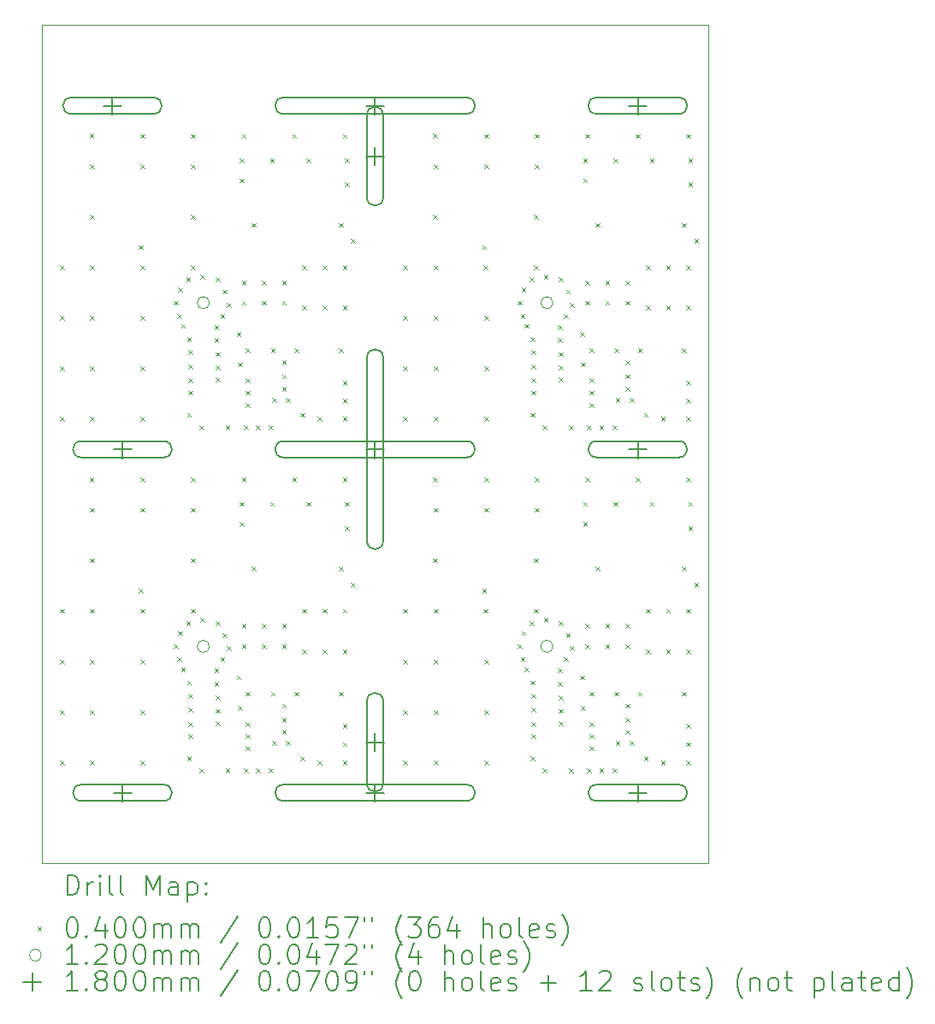
<source format=gbr>
%FSLAX45Y45*%
G04 Gerber Fmt 4.5, Leading zero omitted, Abs format (unit mm)*
G04 Created by KiCad (PCBNEW (6.0.4)) date 2022-12-06 00:43:42*
%MOMM*%
%LPD*%
G01*
G04 APERTURE LIST*
%TA.AperFunction,Profile*%
%ADD10C,0.050000*%
%TD*%
%ADD11C,0.200000*%
%ADD12C,0.040000*%
%ADD13C,0.120000*%
%ADD14C,0.180000*%
G04 APERTURE END LIST*
D10*
X6000000Y-3100000D02*
X12600000Y-3100000D01*
X12600000Y-3100000D02*
X12600000Y-11400000D01*
X12600000Y-11400000D02*
X6000000Y-11400000D01*
X6000000Y-11400000D02*
X6000000Y-3100000D01*
D11*
D12*
X6180000Y-5480000D02*
X6220000Y-5520000D01*
X6220000Y-5480000D02*
X6180000Y-5520000D01*
X6180000Y-5980000D02*
X6220000Y-6020000D01*
X6220000Y-5980000D02*
X6180000Y-6020000D01*
X6180000Y-6480000D02*
X6220000Y-6520000D01*
X6220000Y-6480000D02*
X6180000Y-6520000D01*
X6180000Y-6980000D02*
X6220000Y-7020000D01*
X6220000Y-6980000D02*
X6180000Y-7020000D01*
X6180000Y-8880000D02*
X6220000Y-8920000D01*
X6220000Y-8880000D02*
X6180000Y-8920000D01*
X6180000Y-9380000D02*
X6220000Y-9420000D01*
X6220000Y-9380000D02*
X6180000Y-9420000D01*
X6180000Y-9880000D02*
X6220000Y-9920000D01*
X6220000Y-9880000D02*
X6180000Y-9920000D01*
X6180000Y-10380000D02*
X6220000Y-10420000D01*
X6220000Y-10380000D02*
X6180000Y-10420000D01*
X6474916Y-4178130D02*
X6514916Y-4218130D01*
X6514916Y-4178130D02*
X6474916Y-4218130D01*
X6474916Y-7578130D02*
X6514916Y-7618130D01*
X6514916Y-7578130D02*
X6474916Y-7618130D01*
X6475120Y-4979592D02*
X6515120Y-5019592D01*
X6515120Y-4979592D02*
X6475120Y-5019592D01*
X6475120Y-8379591D02*
X6515120Y-8419592D01*
X6515120Y-8379591D02*
X6475120Y-8419592D01*
X6480000Y-4480000D02*
X6520000Y-4520000D01*
X6520000Y-4480000D02*
X6480000Y-4520000D01*
X6480000Y-5480000D02*
X6520000Y-5520000D01*
X6520000Y-5480000D02*
X6480000Y-5520000D01*
X6480000Y-5980000D02*
X6520000Y-6020000D01*
X6520000Y-5980000D02*
X6480000Y-6020000D01*
X6480000Y-6480000D02*
X6520000Y-6520000D01*
X6520000Y-6480000D02*
X6480000Y-6520000D01*
X6480000Y-6980000D02*
X6520000Y-7020000D01*
X6520000Y-6980000D02*
X6480000Y-7020000D01*
X6480000Y-7880000D02*
X6520000Y-7920000D01*
X6520000Y-7880000D02*
X6480000Y-7920000D01*
X6480000Y-8880000D02*
X6520000Y-8920000D01*
X6520000Y-8880000D02*
X6480000Y-8920000D01*
X6480000Y-9380000D02*
X6520000Y-9420000D01*
X6520000Y-9380000D02*
X6480000Y-9420000D01*
X6480000Y-9880000D02*
X6520000Y-9920000D01*
X6520000Y-9880000D02*
X6480000Y-9920000D01*
X6480000Y-10380000D02*
X6520000Y-10420000D01*
X6520000Y-10380000D02*
X6480000Y-10420000D01*
X6960000Y-5280000D02*
X7000000Y-5320000D01*
X7000000Y-5280000D02*
X6960000Y-5320000D01*
X6960000Y-8680000D02*
X7000000Y-8720000D01*
X7000000Y-8680000D02*
X6960000Y-8720000D01*
X6974916Y-5479387D02*
X7014916Y-5519387D01*
X7014916Y-5479387D02*
X6974916Y-5519387D01*
X6974916Y-8879387D02*
X7014916Y-8919387D01*
X7014916Y-8879387D02*
X6974916Y-8919387D01*
X6980000Y-4180000D02*
X7020000Y-4220000D01*
X7020000Y-4180000D02*
X6980000Y-4220000D01*
X6980000Y-4480000D02*
X7020000Y-4520000D01*
X7020000Y-4480000D02*
X6980000Y-4520000D01*
X6980000Y-5980000D02*
X7020000Y-6020000D01*
X7020000Y-5980000D02*
X6980000Y-6020000D01*
X6980000Y-6480000D02*
X7020000Y-6520000D01*
X7020000Y-6480000D02*
X6980000Y-6520000D01*
X6980000Y-6980000D02*
X7020000Y-7020000D01*
X7020000Y-6980000D02*
X6980000Y-7020000D01*
X6980000Y-7580000D02*
X7020000Y-7620000D01*
X7020000Y-7580000D02*
X6980000Y-7620000D01*
X6980000Y-7880000D02*
X7020000Y-7920000D01*
X7020000Y-7880000D02*
X6980000Y-7920000D01*
X6980000Y-9380000D02*
X7020000Y-9420000D01*
X7020000Y-9380000D02*
X6980000Y-9420000D01*
X6980000Y-9880000D02*
X7020000Y-9920000D01*
X7020000Y-9880000D02*
X6980000Y-9920000D01*
X6980000Y-10380000D02*
X7020000Y-10420000D01*
X7020000Y-10380000D02*
X6980000Y-10420000D01*
X7310000Y-5830000D02*
X7350000Y-5870000D01*
X7350000Y-5830000D02*
X7310000Y-5870000D01*
X7310000Y-9230000D02*
X7350000Y-9270000D01*
X7350000Y-9230000D02*
X7310000Y-9270000D01*
X7340000Y-5960000D02*
X7380000Y-6000000D01*
X7380000Y-5960000D02*
X7340000Y-6000000D01*
X7340000Y-9360000D02*
X7380000Y-9400000D01*
X7380000Y-9360000D02*
X7340000Y-9400000D01*
X7350000Y-5700000D02*
X7390000Y-5740000D01*
X7390000Y-5700000D02*
X7350000Y-5740000D01*
X7350000Y-9100000D02*
X7390000Y-9140000D01*
X7390000Y-9100000D02*
X7350000Y-9140000D01*
X7380000Y-6060000D02*
X7420000Y-6100000D01*
X7420000Y-6060000D02*
X7380000Y-6100000D01*
X7380000Y-9460000D02*
X7420000Y-9500000D01*
X7420000Y-9460000D02*
X7380000Y-9500000D01*
X7430000Y-5600000D02*
X7470000Y-5640000D01*
X7470000Y-5600000D02*
X7430000Y-5640000D01*
X7430000Y-9000000D02*
X7470000Y-9040000D01*
X7470000Y-9000000D02*
X7430000Y-9040000D01*
X7440000Y-6190000D02*
X7480000Y-6230000D01*
X7480000Y-6190000D02*
X7440000Y-6230000D01*
X7440000Y-6940000D02*
X7480000Y-6980000D01*
X7480000Y-6940000D02*
X7440000Y-6980000D01*
X7440000Y-9590000D02*
X7480000Y-9630000D01*
X7480000Y-9590000D02*
X7440000Y-9630000D01*
X7440000Y-10340000D02*
X7480000Y-10380000D01*
X7480000Y-10340000D02*
X7440000Y-10380000D01*
X7450000Y-6320000D02*
X7490000Y-6360000D01*
X7490000Y-6320000D02*
X7450000Y-6360000D01*
X7450000Y-6460000D02*
X7490000Y-6500000D01*
X7490000Y-6460000D02*
X7450000Y-6500000D01*
X7450000Y-6600000D02*
X7490000Y-6640000D01*
X7490000Y-6600000D02*
X7450000Y-6640000D01*
X7450000Y-6720000D02*
X7490000Y-6760000D01*
X7490000Y-6720000D02*
X7450000Y-6760000D01*
X7450000Y-9720000D02*
X7490000Y-9760000D01*
X7490000Y-9720000D02*
X7450000Y-9760000D01*
X7450000Y-9860000D02*
X7490000Y-9900000D01*
X7490000Y-9860000D02*
X7450000Y-9900000D01*
X7450000Y-10000000D02*
X7490000Y-10040000D01*
X7490000Y-10000000D02*
X7450000Y-10040000D01*
X7450000Y-10120000D02*
X7490000Y-10160000D01*
X7490000Y-10120000D02*
X7450000Y-10160000D01*
X7474712Y-4979592D02*
X7514712Y-5019592D01*
X7514712Y-4979592D02*
X7474712Y-5019592D01*
X7474712Y-5479387D02*
X7514712Y-5519387D01*
X7514712Y-5479387D02*
X7474712Y-5519387D01*
X7474712Y-8379591D02*
X7514712Y-8419592D01*
X7514712Y-8379591D02*
X7474712Y-8419592D01*
X7474712Y-8879387D02*
X7514712Y-8919387D01*
X7514712Y-8879387D02*
X7474712Y-8919387D01*
X7480000Y-4180000D02*
X7520000Y-4220000D01*
X7520000Y-4180000D02*
X7480000Y-4220000D01*
X7480000Y-4480000D02*
X7520000Y-4520000D01*
X7520000Y-4480000D02*
X7480000Y-4520000D01*
X7480000Y-7580000D02*
X7520000Y-7620000D01*
X7520000Y-7580000D02*
X7480000Y-7620000D01*
X7480000Y-7880000D02*
X7520000Y-7920000D01*
X7520000Y-7880000D02*
X7480000Y-7920000D01*
X7560000Y-7060000D02*
X7600000Y-7100000D01*
X7600000Y-7060000D02*
X7560000Y-7100000D01*
X7560000Y-10460000D02*
X7600000Y-10500000D01*
X7600000Y-10460000D02*
X7560000Y-10500000D01*
X7570000Y-5570000D02*
X7610000Y-5610000D01*
X7610000Y-5570000D02*
X7570000Y-5610000D01*
X7570000Y-8970000D02*
X7610000Y-9010000D01*
X7610000Y-8970000D02*
X7570000Y-9010000D01*
X7710000Y-6070000D02*
X7750000Y-6110000D01*
X7750000Y-6070000D02*
X7710000Y-6110000D01*
X7710000Y-6200000D02*
X7750000Y-6240000D01*
X7750000Y-6200000D02*
X7710000Y-6240000D01*
X7710000Y-9470000D02*
X7750000Y-9510000D01*
X7750000Y-9470000D02*
X7710000Y-9510000D01*
X7710000Y-9600000D02*
X7750000Y-9640000D01*
X7750000Y-9600000D02*
X7710000Y-9640000D01*
X7720000Y-5600000D02*
X7760000Y-5640000D01*
X7760000Y-5600000D02*
X7720000Y-5640000D01*
X7720000Y-6340000D02*
X7760000Y-6380000D01*
X7760000Y-6340000D02*
X7720000Y-6380000D01*
X7720000Y-6470000D02*
X7760000Y-6510000D01*
X7760000Y-6470000D02*
X7720000Y-6510000D01*
X7720000Y-6590000D02*
X7760000Y-6630000D01*
X7760000Y-6590000D02*
X7720000Y-6630000D01*
X7720000Y-9000000D02*
X7760000Y-9040000D01*
X7760000Y-9000000D02*
X7720000Y-9040000D01*
X7720000Y-9740000D02*
X7760000Y-9780000D01*
X7760000Y-9740000D02*
X7720000Y-9780000D01*
X7720000Y-9870000D02*
X7760000Y-9910000D01*
X7760000Y-9870000D02*
X7720000Y-9910000D01*
X7720000Y-9990000D02*
X7760000Y-10030000D01*
X7760000Y-9990000D02*
X7720000Y-10030000D01*
X7770000Y-5960000D02*
X7810000Y-6000000D01*
X7810000Y-5960000D02*
X7770000Y-6000000D01*
X7770000Y-9360000D02*
X7810000Y-9400000D01*
X7810000Y-9360000D02*
X7770000Y-9400000D01*
X7790000Y-5720000D02*
X7830000Y-5760000D01*
X7830000Y-5720000D02*
X7790000Y-5760000D01*
X7790000Y-9120000D02*
X7830000Y-9160000D01*
X7830000Y-9120000D02*
X7790000Y-9160000D01*
X7820000Y-7060000D02*
X7860000Y-7100000D01*
X7860000Y-7060000D02*
X7820000Y-7100000D01*
X7820000Y-10460000D02*
X7860000Y-10500000D01*
X7860000Y-10460000D02*
X7820000Y-10500000D01*
X7830000Y-5850000D02*
X7870000Y-5890000D01*
X7870000Y-5850000D02*
X7830000Y-5890000D01*
X7830000Y-9250000D02*
X7870000Y-9290000D01*
X7870000Y-9250000D02*
X7830000Y-9290000D01*
X7930000Y-6140000D02*
X7970000Y-6180000D01*
X7970000Y-6140000D02*
X7930000Y-6180000D01*
X7930000Y-9540000D02*
X7970000Y-9580000D01*
X7970000Y-9540000D02*
X7930000Y-9580000D01*
X7940000Y-6440000D02*
X7980000Y-6480000D01*
X7980000Y-6440000D02*
X7940000Y-6480000D01*
X7940000Y-9840000D02*
X7980000Y-9880000D01*
X7980000Y-9840000D02*
X7940000Y-9880000D01*
X7960000Y-4420000D02*
X8000000Y-4460000D01*
X8000000Y-4420000D02*
X7960000Y-4460000D01*
X7960000Y-4620000D02*
X8000000Y-4660000D01*
X8000000Y-4620000D02*
X7960000Y-4660000D01*
X7960000Y-7820000D02*
X8000000Y-7860000D01*
X8000000Y-7820000D02*
X7960000Y-7860000D01*
X7960000Y-8020000D02*
X8000000Y-8060000D01*
X8000000Y-8020000D02*
X7960000Y-8060000D01*
X7980000Y-4180000D02*
X8020000Y-4220000D01*
X8020000Y-4180000D02*
X7980000Y-4220000D01*
X7980000Y-5630000D02*
X8020000Y-5670000D01*
X8020000Y-5630000D02*
X7980000Y-5670000D01*
X7980000Y-5830000D02*
X8020000Y-5870000D01*
X8020000Y-5830000D02*
X7980000Y-5870000D01*
X7980000Y-7580000D02*
X8020000Y-7620000D01*
X8020000Y-7580000D02*
X7980000Y-7620000D01*
X7980000Y-9030000D02*
X8020000Y-9070000D01*
X8020000Y-9030000D02*
X7980000Y-9070000D01*
X7980000Y-9230000D02*
X8020000Y-9270000D01*
X8020000Y-9230000D02*
X7980000Y-9270000D01*
X8000000Y-7060000D02*
X8040000Y-7100000D01*
X8040000Y-7060000D02*
X8000000Y-7100000D01*
X8000000Y-10460000D02*
X8040000Y-10500000D01*
X8040000Y-10460000D02*
X8000000Y-10500000D01*
X8020000Y-6300000D02*
X8060000Y-6340000D01*
X8060000Y-6300000D02*
X8020000Y-6340000D01*
X8020000Y-6600000D02*
X8060000Y-6640000D01*
X8060000Y-6600000D02*
X8020000Y-6640000D01*
X8020000Y-6720000D02*
X8060000Y-6760000D01*
X8060000Y-6720000D02*
X8020000Y-6760000D01*
X8020000Y-6840000D02*
X8060000Y-6880000D01*
X8060000Y-6840000D02*
X8020000Y-6880000D01*
X8020000Y-9700000D02*
X8060000Y-9740000D01*
X8060000Y-9700000D02*
X8020000Y-9740000D01*
X8020000Y-10000000D02*
X8060000Y-10040000D01*
X8060000Y-10000000D02*
X8020000Y-10040000D01*
X8020000Y-10120000D02*
X8060000Y-10160000D01*
X8060000Y-10120000D02*
X8020000Y-10160000D01*
X8020000Y-10240000D02*
X8060000Y-10280000D01*
X8060000Y-10240000D02*
X8020000Y-10280000D01*
X8080000Y-5060000D02*
X8120000Y-5100000D01*
X8120000Y-5060000D02*
X8080000Y-5100000D01*
X8080000Y-8460000D02*
X8120000Y-8500000D01*
X8120000Y-8460000D02*
X8080000Y-8500000D01*
X8120000Y-7060000D02*
X8160000Y-7100000D01*
X8160000Y-7060000D02*
X8120000Y-7100000D01*
X8120000Y-10460000D02*
X8160000Y-10500000D01*
X8160000Y-10460000D02*
X8120000Y-10500000D01*
X8180000Y-5630000D02*
X8220000Y-5670000D01*
X8220000Y-5630000D02*
X8180000Y-5670000D01*
X8180000Y-5830000D02*
X8220000Y-5870000D01*
X8220000Y-5830000D02*
X8180000Y-5870000D01*
X8180000Y-9030000D02*
X8220000Y-9070000D01*
X8220000Y-9030000D02*
X8180000Y-9070000D01*
X8180000Y-9230000D02*
X8220000Y-9270000D01*
X8220000Y-9230000D02*
X8180000Y-9270000D01*
X8250000Y-7060000D02*
X8290000Y-7100000D01*
X8290000Y-7060000D02*
X8250000Y-7100000D01*
X8250000Y-10460000D02*
X8290000Y-10500000D01*
X8290000Y-10460000D02*
X8250000Y-10500000D01*
X8260000Y-4420000D02*
X8300000Y-4460000D01*
X8300000Y-4420000D02*
X8260000Y-4460000D01*
X8260000Y-7820000D02*
X8300000Y-7860000D01*
X8300000Y-7820000D02*
X8260000Y-7860000D01*
X8270000Y-6300000D02*
X8310000Y-6340000D01*
X8310000Y-6300000D02*
X8270000Y-6340000D01*
X8270000Y-9700000D02*
X8310000Y-9740000D01*
X8310000Y-9700000D02*
X8270000Y-9740000D01*
X8280000Y-6790000D02*
X8320000Y-6830000D01*
X8320000Y-6790000D02*
X8280000Y-6830000D01*
X8280000Y-10190000D02*
X8320000Y-10230000D01*
X8320000Y-10190000D02*
X8280000Y-10230000D01*
X8380000Y-5630000D02*
X8420000Y-5670000D01*
X8420000Y-5630000D02*
X8380000Y-5670000D01*
X8380000Y-5830000D02*
X8420000Y-5870000D01*
X8420000Y-5830000D02*
X8380000Y-5870000D01*
X8380000Y-6420000D02*
X8420000Y-6460000D01*
X8420000Y-6420000D02*
X8380000Y-6460000D01*
X8380000Y-6560000D02*
X8420000Y-6600000D01*
X8420000Y-6560000D02*
X8380000Y-6600000D01*
X8380000Y-6680000D02*
X8420000Y-6720000D01*
X8420000Y-6680000D02*
X8380000Y-6720000D01*
X8380000Y-9030000D02*
X8420000Y-9070000D01*
X8420000Y-9030000D02*
X8380000Y-9070000D01*
X8380000Y-9230000D02*
X8420000Y-9270000D01*
X8420000Y-9230000D02*
X8380000Y-9270000D01*
X8380000Y-9820000D02*
X8420000Y-9860000D01*
X8420000Y-9820000D02*
X8380000Y-9860000D01*
X8380000Y-9960000D02*
X8420000Y-10000000D01*
X8420000Y-9960000D02*
X8380000Y-10000000D01*
X8380000Y-10080000D02*
X8420000Y-10120000D01*
X8420000Y-10080000D02*
X8380000Y-10120000D01*
X8420000Y-6790000D02*
X8460000Y-6830000D01*
X8460000Y-6790000D02*
X8420000Y-6830000D01*
X8420000Y-10190000D02*
X8460000Y-10230000D01*
X8460000Y-10190000D02*
X8420000Y-10230000D01*
X8480000Y-4180000D02*
X8520000Y-4220000D01*
X8520000Y-4180000D02*
X8480000Y-4220000D01*
X8480000Y-7580000D02*
X8520000Y-7620000D01*
X8520000Y-7580000D02*
X8480000Y-7620000D01*
X8500000Y-6300000D02*
X8540000Y-6340000D01*
X8540000Y-6300000D02*
X8500000Y-6340000D01*
X8500000Y-9700000D02*
X8540000Y-9740000D01*
X8540000Y-9700000D02*
X8500000Y-9740000D01*
X8560000Y-6940000D02*
X8600000Y-6980000D01*
X8600000Y-6940000D02*
X8560000Y-6980000D01*
X8560000Y-10340000D02*
X8600000Y-10380000D01*
X8600000Y-10340000D02*
X8560000Y-10380000D01*
X8580000Y-5480000D02*
X8620000Y-5520000D01*
X8620000Y-5480000D02*
X8580000Y-5520000D01*
X8580000Y-5880000D02*
X8620000Y-5920000D01*
X8620000Y-5880000D02*
X8580000Y-5920000D01*
X8580000Y-8880000D02*
X8620000Y-8920000D01*
X8620000Y-8880000D02*
X8580000Y-8920000D01*
X8580000Y-9280000D02*
X8620000Y-9320000D01*
X8620000Y-9280000D02*
X8580000Y-9320000D01*
X8620000Y-4420000D02*
X8660000Y-4460000D01*
X8660000Y-4420000D02*
X8620000Y-4460000D01*
X8620000Y-7820000D02*
X8660000Y-7860000D01*
X8660000Y-7820000D02*
X8620000Y-7860000D01*
X8730000Y-6980000D02*
X8770000Y-7020000D01*
X8770000Y-6980000D02*
X8730000Y-7020000D01*
X8730000Y-10380000D02*
X8770000Y-10420000D01*
X8770000Y-10380000D02*
X8730000Y-10420000D01*
X8780000Y-5480000D02*
X8820000Y-5520000D01*
X8820000Y-5480000D02*
X8780000Y-5520000D01*
X8780000Y-5880000D02*
X8820000Y-5920000D01*
X8820000Y-5880000D02*
X8780000Y-5920000D01*
X8780000Y-8880000D02*
X8820000Y-8920000D01*
X8820000Y-8880000D02*
X8780000Y-8920000D01*
X8780000Y-9280000D02*
X8820000Y-9320000D01*
X8820000Y-9280000D02*
X8780000Y-9320000D01*
X8940000Y-5060000D02*
X8980000Y-5100000D01*
X8980000Y-5060000D02*
X8940000Y-5100000D01*
X8940000Y-6300000D02*
X8980000Y-6340000D01*
X8980000Y-6300000D02*
X8940000Y-6340000D01*
X8940000Y-8460000D02*
X8980000Y-8500000D01*
X8980000Y-8460000D02*
X8940000Y-8500000D01*
X8940000Y-9700000D02*
X8980000Y-9740000D01*
X8980000Y-9700000D02*
X8940000Y-9740000D01*
X8980000Y-4180000D02*
X9020000Y-4220000D01*
X9020000Y-4180000D02*
X8980000Y-4220000D01*
X8980000Y-5480000D02*
X9020000Y-5520000D01*
X9020000Y-5480000D02*
X8980000Y-5520000D01*
X8980000Y-5880000D02*
X9020000Y-5920000D01*
X9020000Y-5880000D02*
X8980000Y-5920000D01*
X8980000Y-6620000D02*
X9020000Y-6660000D01*
X9020000Y-6620000D02*
X8980000Y-6660000D01*
X8980000Y-6800000D02*
X9020000Y-6840000D01*
X9020000Y-6800000D02*
X8980000Y-6840000D01*
X8980000Y-6980000D02*
X9020000Y-7020000D01*
X9020000Y-6980000D02*
X8980000Y-7020000D01*
X8980000Y-7580000D02*
X9020000Y-7620000D01*
X9020000Y-7580000D02*
X8980000Y-7620000D01*
X8980000Y-8880000D02*
X9020000Y-8920000D01*
X9020000Y-8880000D02*
X8980000Y-8920000D01*
X8980000Y-9280000D02*
X9020000Y-9320000D01*
X9020000Y-9280000D02*
X8980000Y-9320000D01*
X8980000Y-10020000D02*
X9020000Y-10060000D01*
X9020000Y-10020000D02*
X8980000Y-10060000D01*
X8980000Y-10200000D02*
X9020000Y-10240000D01*
X9020000Y-10200000D02*
X8980000Y-10240000D01*
X8980000Y-10380000D02*
X9020000Y-10420000D01*
X9020000Y-10380000D02*
X8980000Y-10420000D01*
X9000000Y-4420000D02*
X9040000Y-4460000D01*
X9040000Y-4420000D02*
X9000000Y-4460000D01*
X9000000Y-4660000D02*
X9040000Y-4700000D01*
X9040000Y-4660000D02*
X9000000Y-4700000D01*
X9000000Y-7820000D02*
X9040000Y-7860000D01*
X9040000Y-7820000D02*
X9000000Y-7860000D01*
X9000000Y-8060000D02*
X9040000Y-8100000D01*
X9040000Y-8060000D02*
X9000000Y-8100000D01*
X9060000Y-5220000D02*
X9100000Y-5260000D01*
X9100000Y-5220000D02*
X9060000Y-5260000D01*
X9060000Y-8620000D02*
X9100000Y-8660000D01*
X9100000Y-8620000D02*
X9060000Y-8660000D01*
X9580000Y-5480000D02*
X9620000Y-5520000D01*
X9620000Y-5480000D02*
X9580000Y-5520000D01*
X9580000Y-5980000D02*
X9620000Y-6020000D01*
X9620000Y-5980000D02*
X9580000Y-6020000D01*
X9580000Y-6480000D02*
X9620000Y-6520000D01*
X9620000Y-6480000D02*
X9580000Y-6520000D01*
X9580000Y-6980000D02*
X9620000Y-7020000D01*
X9620000Y-6980000D02*
X9580000Y-7020000D01*
X9580000Y-8880000D02*
X9620000Y-8920000D01*
X9620000Y-8880000D02*
X9580000Y-8920000D01*
X9580000Y-9380000D02*
X9620000Y-9420000D01*
X9620000Y-9380000D02*
X9580000Y-9420000D01*
X9580000Y-9880000D02*
X9620000Y-9920000D01*
X9620000Y-9880000D02*
X9580000Y-9920000D01*
X9580000Y-10380000D02*
X9620000Y-10420000D01*
X9620000Y-10380000D02*
X9580000Y-10420000D01*
X9874916Y-4178130D02*
X9914916Y-4218130D01*
X9914916Y-4178130D02*
X9874916Y-4218130D01*
X9874916Y-7578130D02*
X9914916Y-7618130D01*
X9914916Y-7578130D02*
X9874916Y-7618130D01*
X9875120Y-4979592D02*
X9915120Y-5019592D01*
X9915120Y-4979592D02*
X9875120Y-5019592D01*
X9875120Y-8379591D02*
X9915120Y-8419592D01*
X9915120Y-8379591D02*
X9875120Y-8419592D01*
X9880000Y-4480000D02*
X9920000Y-4520000D01*
X9920000Y-4480000D02*
X9880000Y-4520000D01*
X9880000Y-5480000D02*
X9920000Y-5520000D01*
X9920000Y-5480000D02*
X9880000Y-5520000D01*
X9880000Y-5980000D02*
X9920000Y-6020000D01*
X9920000Y-5980000D02*
X9880000Y-6020000D01*
X9880000Y-6480000D02*
X9920000Y-6520000D01*
X9920000Y-6480000D02*
X9880000Y-6520000D01*
X9880000Y-6980000D02*
X9920000Y-7020000D01*
X9920000Y-6980000D02*
X9880000Y-7020000D01*
X9880000Y-7880000D02*
X9920000Y-7920000D01*
X9920000Y-7880000D02*
X9880000Y-7920000D01*
X9880000Y-8880000D02*
X9920000Y-8920000D01*
X9920000Y-8880000D02*
X9880000Y-8920000D01*
X9880000Y-9380000D02*
X9920000Y-9420000D01*
X9920000Y-9380000D02*
X9880000Y-9420000D01*
X9880000Y-9880000D02*
X9920000Y-9920000D01*
X9920000Y-9880000D02*
X9880000Y-9920000D01*
X9880000Y-10380000D02*
X9920000Y-10420000D01*
X9920000Y-10380000D02*
X9880000Y-10420000D01*
X10360000Y-5280000D02*
X10400000Y-5320000D01*
X10400000Y-5280000D02*
X10360000Y-5320000D01*
X10360000Y-8680000D02*
X10400000Y-8720000D01*
X10400000Y-8680000D02*
X10360000Y-8720000D01*
X10374916Y-5479387D02*
X10414916Y-5519387D01*
X10414916Y-5479387D02*
X10374916Y-5519387D01*
X10374916Y-8879387D02*
X10414916Y-8919387D01*
X10414916Y-8879387D02*
X10374916Y-8919387D01*
X10380000Y-4180000D02*
X10420000Y-4220000D01*
X10420000Y-4180000D02*
X10380000Y-4220000D01*
X10380000Y-4480000D02*
X10420000Y-4520000D01*
X10420000Y-4480000D02*
X10380000Y-4520000D01*
X10380000Y-5980000D02*
X10420000Y-6020000D01*
X10420000Y-5980000D02*
X10380000Y-6020000D01*
X10380000Y-6480000D02*
X10420000Y-6520000D01*
X10420000Y-6480000D02*
X10380000Y-6520000D01*
X10380000Y-6980000D02*
X10420000Y-7020000D01*
X10420000Y-6980000D02*
X10380000Y-7020000D01*
X10380000Y-7580000D02*
X10420000Y-7620000D01*
X10420000Y-7580000D02*
X10380000Y-7620000D01*
X10380000Y-7880000D02*
X10420000Y-7920000D01*
X10420000Y-7880000D02*
X10380000Y-7920000D01*
X10380000Y-9380000D02*
X10420000Y-9420000D01*
X10420000Y-9380000D02*
X10380000Y-9420000D01*
X10380000Y-9880000D02*
X10420000Y-9920000D01*
X10420000Y-9880000D02*
X10380000Y-9920000D01*
X10380000Y-10380000D02*
X10420000Y-10420000D01*
X10420000Y-10380000D02*
X10380000Y-10420000D01*
X10710000Y-5830000D02*
X10750000Y-5870000D01*
X10750000Y-5830000D02*
X10710000Y-5870000D01*
X10710000Y-9230000D02*
X10750000Y-9270000D01*
X10750000Y-9230000D02*
X10710000Y-9270000D01*
X10740000Y-5960000D02*
X10780000Y-6000000D01*
X10780000Y-5960000D02*
X10740000Y-6000000D01*
X10740000Y-9360000D02*
X10780000Y-9400000D01*
X10780000Y-9360000D02*
X10740000Y-9400000D01*
X10750000Y-5700000D02*
X10790000Y-5740000D01*
X10790000Y-5700000D02*
X10750000Y-5740000D01*
X10750000Y-9100000D02*
X10790000Y-9140000D01*
X10790000Y-9100000D02*
X10750000Y-9140000D01*
X10780000Y-6060000D02*
X10820000Y-6100000D01*
X10820000Y-6060000D02*
X10780000Y-6100000D01*
X10780000Y-9460000D02*
X10820000Y-9500000D01*
X10820000Y-9460000D02*
X10780000Y-9500000D01*
X10830000Y-5600000D02*
X10870000Y-5640000D01*
X10870000Y-5600000D02*
X10830000Y-5640000D01*
X10830000Y-9000000D02*
X10870000Y-9040000D01*
X10870000Y-9000000D02*
X10830000Y-9040000D01*
X10840000Y-6190000D02*
X10880000Y-6230000D01*
X10880000Y-6190000D02*
X10840000Y-6230000D01*
X10840000Y-6940000D02*
X10880000Y-6980000D01*
X10880000Y-6940000D02*
X10840000Y-6980000D01*
X10840000Y-9590000D02*
X10880000Y-9630000D01*
X10880000Y-9590000D02*
X10840000Y-9630000D01*
X10840000Y-10340000D02*
X10880000Y-10380000D01*
X10880000Y-10340000D02*
X10840000Y-10380000D01*
X10850000Y-6320000D02*
X10890000Y-6360000D01*
X10890000Y-6320000D02*
X10850000Y-6360000D01*
X10850000Y-6460000D02*
X10890000Y-6500000D01*
X10890000Y-6460000D02*
X10850000Y-6500000D01*
X10850000Y-6600000D02*
X10890000Y-6640000D01*
X10890000Y-6600000D02*
X10850000Y-6640000D01*
X10850000Y-6720000D02*
X10890000Y-6760000D01*
X10890000Y-6720000D02*
X10850000Y-6760000D01*
X10850000Y-9720000D02*
X10890000Y-9760000D01*
X10890000Y-9720000D02*
X10850000Y-9760000D01*
X10850000Y-9860000D02*
X10890000Y-9900000D01*
X10890000Y-9860000D02*
X10850000Y-9900000D01*
X10850000Y-10000000D02*
X10890000Y-10040000D01*
X10890000Y-10000000D02*
X10850000Y-10040000D01*
X10850000Y-10120000D02*
X10890000Y-10160000D01*
X10890000Y-10120000D02*
X10850000Y-10160000D01*
X10874712Y-4979592D02*
X10914712Y-5019592D01*
X10914712Y-4979592D02*
X10874712Y-5019592D01*
X10874712Y-5479387D02*
X10914712Y-5519387D01*
X10914712Y-5479387D02*
X10874712Y-5519387D01*
X10874712Y-8379591D02*
X10914712Y-8419592D01*
X10914712Y-8379591D02*
X10874712Y-8419592D01*
X10874712Y-8879387D02*
X10914712Y-8919387D01*
X10914712Y-8879387D02*
X10874712Y-8919387D01*
X10880000Y-4180000D02*
X10920000Y-4220000D01*
X10920000Y-4180000D02*
X10880000Y-4220000D01*
X10880000Y-4480000D02*
X10920000Y-4520000D01*
X10920000Y-4480000D02*
X10880000Y-4520000D01*
X10880000Y-7580000D02*
X10920000Y-7620000D01*
X10920000Y-7580000D02*
X10880000Y-7620000D01*
X10880000Y-7880000D02*
X10920000Y-7920000D01*
X10920000Y-7880000D02*
X10880000Y-7920000D01*
X10960000Y-7060000D02*
X11000000Y-7100000D01*
X11000000Y-7060000D02*
X10960000Y-7100000D01*
X10960000Y-10460000D02*
X11000000Y-10500000D01*
X11000000Y-10460000D02*
X10960000Y-10500000D01*
X10970000Y-5570000D02*
X11010000Y-5610000D01*
X11010000Y-5570000D02*
X10970000Y-5610000D01*
X10970000Y-8970000D02*
X11010000Y-9010000D01*
X11010000Y-8970000D02*
X10970000Y-9010000D01*
X11110000Y-6070000D02*
X11150000Y-6110000D01*
X11150000Y-6070000D02*
X11110000Y-6110000D01*
X11110000Y-6200000D02*
X11150000Y-6240000D01*
X11150000Y-6200000D02*
X11110000Y-6240000D01*
X11110000Y-9470000D02*
X11150000Y-9510000D01*
X11150000Y-9470000D02*
X11110000Y-9510000D01*
X11110000Y-9600000D02*
X11150000Y-9640000D01*
X11150000Y-9600000D02*
X11110000Y-9640000D01*
X11120000Y-5600000D02*
X11160000Y-5640000D01*
X11160000Y-5600000D02*
X11120000Y-5640000D01*
X11120000Y-6340000D02*
X11160000Y-6380000D01*
X11160000Y-6340000D02*
X11120000Y-6380000D01*
X11120000Y-6470000D02*
X11160000Y-6510000D01*
X11160000Y-6470000D02*
X11120000Y-6510000D01*
X11120000Y-6590000D02*
X11160000Y-6630000D01*
X11160000Y-6590000D02*
X11120000Y-6630000D01*
X11120000Y-9000000D02*
X11160000Y-9040000D01*
X11160000Y-9000000D02*
X11120000Y-9040000D01*
X11120000Y-9740000D02*
X11160000Y-9780000D01*
X11160000Y-9740000D02*
X11120000Y-9780000D01*
X11120000Y-9870000D02*
X11160000Y-9910000D01*
X11160000Y-9870000D02*
X11120000Y-9910000D01*
X11120000Y-9990000D02*
X11160000Y-10030000D01*
X11160000Y-9990000D02*
X11120000Y-10030000D01*
X11170000Y-5960000D02*
X11210000Y-6000000D01*
X11210000Y-5960000D02*
X11170000Y-6000000D01*
X11170000Y-9360000D02*
X11210000Y-9400000D01*
X11210000Y-9360000D02*
X11170000Y-9400000D01*
X11190000Y-5720000D02*
X11230000Y-5760000D01*
X11230000Y-5720000D02*
X11190000Y-5760000D01*
X11190000Y-9120000D02*
X11230000Y-9160000D01*
X11230000Y-9120000D02*
X11190000Y-9160000D01*
X11220000Y-7060000D02*
X11260000Y-7100000D01*
X11260000Y-7060000D02*
X11220000Y-7100000D01*
X11220000Y-10460000D02*
X11260000Y-10500000D01*
X11260000Y-10460000D02*
X11220000Y-10500000D01*
X11230000Y-5850000D02*
X11270000Y-5890000D01*
X11270000Y-5850000D02*
X11230000Y-5890000D01*
X11230000Y-9250000D02*
X11270000Y-9290000D01*
X11270000Y-9250000D02*
X11230000Y-9290000D01*
X11330000Y-6140000D02*
X11370000Y-6180000D01*
X11370000Y-6140000D02*
X11330000Y-6180000D01*
X11330000Y-9540000D02*
X11370000Y-9580000D01*
X11370000Y-9540000D02*
X11330000Y-9580000D01*
X11340000Y-6440000D02*
X11380000Y-6480000D01*
X11380000Y-6440000D02*
X11340000Y-6480000D01*
X11340000Y-9840000D02*
X11380000Y-9880000D01*
X11380000Y-9840000D02*
X11340000Y-9880000D01*
X11360000Y-4420000D02*
X11400000Y-4460000D01*
X11400000Y-4420000D02*
X11360000Y-4460000D01*
X11360000Y-4620000D02*
X11400000Y-4660000D01*
X11400000Y-4620000D02*
X11360000Y-4660000D01*
X11360000Y-7820000D02*
X11400000Y-7860000D01*
X11400000Y-7820000D02*
X11360000Y-7860000D01*
X11360000Y-8020000D02*
X11400000Y-8060000D01*
X11400000Y-8020000D02*
X11360000Y-8060000D01*
X11380000Y-4180000D02*
X11420000Y-4220000D01*
X11420000Y-4180000D02*
X11380000Y-4220000D01*
X11380000Y-5630000D02*
X11420000Y-5670000D01*
X11420000Y-5630000D02*
X11380000Y-5670000D01*
X11380000Y-5830000D02*
X11420000Y-5870000D01*
X11420000Y-5830000D02*
X11380000Y-5870000D01*
X11380000Y-7580000D02*
X11420000Y-7620000D01*
X11420000Y-7580000D02*
X11380000Y-7620000D01*
X11380000Y-9030000D02*
X11420000Y-9070000D01*
X11420000Y-9030000D02*
X11380000Y-9070000D01*
X11380000Y-9230000D02*
X11420000Y-9270000D01*
X11420000Y-9230000D02*
X11380000Y-9270000D01*
X11400000Y-7060000D02*
X11440000Y-7100000D01*
X11440000Y-7060000D02*
X11400000Y-7100000D01*
X11400000Y-10460000D02*
X11440000Y-10500000D01*
X11440000Y-10460000D02*
X11400000Y-10500000D01*
X11420000Y-6300000D02*
X11460000Y-6340000D01*
X11460000Y-6300000D02*
X11420000Y-6340000D01*
X11420000Y-6600000D02*
X11460000Y-6640000D01*
X11460000Y-6600000D02*
X11420000Y-6640000D01*
X11420000Y-6720000D02*
X11460000Y-6760000D01*
X11460000Y-6720000D02*
X11420000Y-6760000D01*
X11420000Y-6840000D02*
X11460000Y-6880000D01*
X11460000Y-6840000D02*
X11420000Y-6880000D01*
X11420000Y-9700000D02*
X11460000Y-9740000D01*
X11460000Y-9700000D02*
X11420000Y-9740000D01*
X11420000Y-10000000D02*
X11460000Y-10040000D01*
X11460000Y-10000000D02*
X11420000Y-10040000D01*
X11420000Y-10120000D02*
X11460000Y-10160000D01*
X11460000Y-10120000D02*
X11420000Y-10160000D01*
X11420000Y-10240000D02*
X11460000Y-10280000D01*
X11460000Y-10240000D02*
X11420000Y-10280000D01*
X11480000Y-5060000D02*
X11520000Y-5100000D01*
X11520000Y-5060000D02*
X11480000Y-5100000D01*
X11480000Y-8460000D02*
X11520000Y-8500000D01*
X11520000Y-8460000D02*
X11480000Y-8500000D01*
X11520000Y-7060000D02*
X11560000Y-7100000D01*
X11560000Y-7060000D02*
X11520000Y-7100000D01*
X11520000Y-10460000D02*
X11560000Y-10500000D01*
X11560000Y-10460000D02*
X11520000Y-10500000D01*
X11580000Y-5630000D02*
X11620000Y-5670000D01*
X11620000Y-5630000D02*
X11580000Y-5670000D01*
X11580000Y-5830000D02*
X11620000Y-5870000D01*
X11620000Y-5830000D02*
X11580000Y-5870000D01*
X11580000Y-9030000D02*
X11620000Y-9070000D01*
X11620000Y-9030000D02*
X11580000Y-9070000D01*
X11580000Y-9230000D02*
X11620000Y-9270000D01*
X11620000Y-9230000D02*
X11580000Y-9270000D01*
X11650000Y-7060000D02*
X11690000Y-7100000D01*
X11690000Y-7060000D02*
X11650000Y-7100000D01*
X11650000Y-10460000D02*
X11690000Y-10500000D01*
X11690000Y-10460000D02*
X11650000Y-10500000D01*
X11660000Y-4420000D02*
X11700000Y-4460000D01*
X11700000Y-4420000D02*
X11660000Y-4460000D01*
X11660000Y-7820000D02*
X11700000Y-7860000D01*
X11700000Y-7820000D02*
X11660000Y-7860000D01*
X11670000Y-6300000D02*
X11710000Y-6340000D01*
X11710000Y-6300000D02*
X11670000Y-6340000D01*
X11670000Y-9700000D02*
X11710000Y-9740000D01*
X11710000Y-9700000D02*
X11670000Y-9740000D01*
X11680000Y-6790000D02*
X11720000Y-6830000D01*
X11720000Y-6790000D02*
X11680000Y-6830000D01*
X11680000Y-10190000D02*
X11720000Y-10230000D01*
X11720000Y-10190000D02*
X11680000Y-10230000D01*
X11780000Y-5630000D02*
X11820000Y-5670000D01*
X11820000Y-5630000D02*
X11780000Y-5670000D01*
X11780000Y-5830000D02*
X11820000Y-5870000D01*
X11820000Y-5830000D02*
X11780000Y-5870000D01*
X11780000Y-6420000D02*
X11820000Y-6460000D01*
X11820000Y-6420000D02*
X11780000Y-6460000D01*
X11780000Y-6560000D02*
X11820000Y-6600000D01*
X11820000Y-6560000D02*
X11780000Y-6600000D01*
X11780000Y-6680000D02*
X11820000Y-6720000D01*
X11820000Y-6680000D02*
X11780000Y-6720000D01*
X11780000Y-9030000D02*
X11820000Y-9070000D01*
X11820000Y-9030000D02*
X11780000Y-9070000D01*
X11780000Y-9230000D02*
X11820000Y-9270000D01*
X11820000Y-9230000D02*
X11780000Y-9270000D01*
X11780000Y-9820000D02*
X11820000Y-9860000D01*
X11820000Y-9820000D02*
X11780000Y-9860000D01*
X11780000Y-9960000D02*
X11820000Y-10000000D01*
X11820000Y-9960000D02*
X11780000Y-10000000D01*
X11780000Y-10080000D02*
X11820000Y-10120000D01*
X11820000Y-10080000D02*
X11780000Y-10120000D01*
X11820000Y-6790000D02*
X11860000Y-6830000D01*
X11860000Y-6790000D02*
X11820000Y-6830000D01*
X11820000Y-10190000D02*
X11860000Y-10230000D01*
X11860000Y-10190000D02*
X11820000Y-10230000D01*
X11880000Y-4180000D02*
X11920000Y-4220000D01*
X11920000Y-4180000D02*
X11880000Y-4220000D01*
X11880000Y-7580000D02*
X11920000Y-7620000D01*
X11920000Y-7580000D02*
X11880000Y-7620000D01*
X11900000Y-6300000D02*
X11940000Y-6340000D01*
X11940000Y-6300000D02*
X11900000Y-6340000D01*
X11900000Y-9700000D02*
X11940000Y-9740000D01*
X11940000Y-9700000D02*
X11900000Y-9740000D01*
X11960000Y-6940000D02*
X12000000Y-6980000D01*
X12000000Y-6940000D02*
X11960000Y-6980000D01*
X11960000Y-10340000D02*
X12000000Y-10380000D01*
X12000000Y-10340000D02*
X11960000Y-10380000D01*
X11980000Y-5480000D02*
X12020000Y-5520000D01*
X12020000Y-5480000D02*
X11980000Y-5520000D01*
X11980000Y-5880000D02*
X12020000Y-5920000D01*
X12020000Y-5880000D02*
X11980000Y-5920000D01*
X11980000Y-8880000D02*
X12020000Y-8920000D01*
X12020000Y-8880000D02*
X11980000Y-8920000D01*
X11980000Y-9280000D02*
X12020000Y-9320000D01*
X12020000Y-9280000D02*
X11980000Y-9320000D01*
X12020000Y-4420000D02*
X12060000Y-4460000D01*
X12060000Y-4420000D02*
X12020000Y-4460000D01*
X12020000Y-7820000D02*
X12060000Y-7860000D01*
X12060000Y-7820000D02*
X12020000Y-7860000D01*
X12130000Y-6980000D02*
X12170000Y-7020000D01*
X12170000Y-6980000D02*
X12130000Y-7020000D01*
X12130000Y-10380000D02*
X12170000Y-10420000D01*
X12170000Y-10380000D02*
X12130000Y-10420000D01*
X12180000Y-5480000D02*
X12220000Y-5520000D01*
X12220000Y-5480000D02*
X12180000Y-5520000D01*
X12180000Y-5880000D02*
X12220000Y-5920000D01*
X12220000Y-5880000D02*
X12180000Y-5920000D01*
X12180000Y-8880000D02*
X12220000Y-8920000D01*
X12220000Y-8880000D02*
X12180000Y-8920000D01*
X12180000Y-9280000D02*
X12220000Y-9320000D01*
X12220000Y-9280000D02*
X12180000Y-9320000D01*
X12340000Y-5060000D02*
X12380000Y-5100000D01*
X12380000Y-5060000D02*
X12340000Y-5100000D01*
X12340000Y-6300000D02*
X12380000Y-6340000D01*
X12380000Y-6300000D02*
X12340000Y-6340000D01*
X12340000Y-8460000D02*
X12380000Y-8500000D01*
X12380000Y-8460000D02*
X12340000Y-8500000D01*
X12340000Y-9700000D02*
X12380000Y-9740000D01*
X12380000Y-9700000D02*
X12340000Y-9740000D01*
X12380000Y-4180000D02*
X12420000Y-4220000D01*
X12420000Y-4180000D02*
X12380000Y-4220000D01*
X12380000Y-5480000D02*
X12420000Y-5520000D01*
X12420000Y-5480000D02*
X12380000Y-5520000D01*
X12380000Y-5880000D02*
X12420000Y-5920000D01*
X12420000Y-5880000D02*
X12380000Y-5920000D01*
X12380000Y-6620000D02*
X12420000Y-6660000D01*
X12420000Y-6620000D02*
X12380000Y-6660000D01*
X12380000Y-6800000D02*
X12420000Y-6840000D01*
X12420000Y-6800000D02*
X12380000Y-6840000D01*
X12380000Y-6980000D02*
X12420000Y-7020000D01*
X12420000Y-6980000D02*
X12380000Y-7020000D01*
X12380000Y-7580000D02*
X12420000Y-7620000D01*
X12420000Y-7580000D02*
X12380000Y-7620000D01*
X12380000Y-8880000D02*
X12420000Y-8920000D01*
X12420000Y-8880000D02*
X12380000Y-8920000D01*
X12380000Y-9280000D02*
X12420000Y-9320000D01*
X12420000Y-9280000D02*
X12380000Y-9320000D01*
X12380000Y-10020000D02*
X12420000Y-10060000D01*
X12420000Y-10020000D02*
X12380000Y-10060000D01*
X12380000Y-10200000D02*
X12420000Y-10240000D01*
X12420000Y-10200000D02*
X12380000Y-10240000D01*
X12380000Y-10380000D02*
X12420000Y-10420000D01*
X12420000Y-10380000D02*
X12380000Y-10420000D01*
X12400000Y-4420000D02*
X12440000Y-4460000D01*
X12440000Y-4420000D02*
X12400000Y-4460000D01*
X12400000Y-4660000D02*
X12440000Y-4700000D01*
X12440000Y-4660000D02*
X12400000Y-4700000D01*
X12400000Y-7820000D02*
X12440000Y-7860000D01*
X12440000Y-7820000D02*
X12400000Y-7860000D01*
X12400000Y-8060000D02*
X12440000Y-8100000D01*
X12440000Y-8060000D02*
X12400000Y-8100000D01*
X12460000Y-5220000D02*
X12500000Y-5260000D01*
X12500000Y-5220000D02*
X12460000Y-5260000D01*
X12460000Y-8620000D02*
X12500000Y-8660000D01*
X12500000Y-8620000D02*
X12460000Y-8660000D01*
D13*
X7660000Y-5850000D02*
G75*
G03*
X7660000Y-5850000I-60000J0D01*
G01*
X7660000Y-9250000D02*
G75*
G03*
X7660000Y-9250000I-60000J0D01*
G01*
X11060000Y-5850000D02*
G75*
G03*
X11060000Y-5850000I-60000J0D01*
G01*
X11060000Y-9250000D02*
G75*
G03*
X11060000Y-9250000I-60000J0D01*
G01*
D14*
X6700000Y-3810000D02*
X6700000Y-3990000D01*
X6610000Y-3900000D02*
X6790000Y-3900000D01*
D11*
X6290000Y-3980000D02*
X7110000Y-3980000D01*
X6290000Y-3820000D02*
X7110000Y-3820000D01*
X7110000Y-3980000D02*
G75*
G03*
X7110000Y-3820000I0J80000D01*
G01*
X6290000Y-3820000D02*
G75*
G03*
X6290000Y-3980000I0J-80000D01*
G01*
D14*
X6800000Y-7210000D02*
X6800000Y-7390000D01*
X6710000Y-7300000D02*
X6890000Y-7300000D01*
D11*
X6390000Y-7380000D02*
X7210000Y-7380000D01*
X6390000Y-7220000D02*
X7210000Y-7220000D01*
X7210000Y-7380000D02*
G75*
G03*
X7210000Y-7220000I0J80000D01*
G01*
X6390000Y-7220000D02*
G75*
G03*
X6390000Y-7380000I0J-80000D01*
G01*
D14*
X6800000Y-10610000D02*
X6800000Y-10790000D01*
X6710000Y-10700000D02*
X6890000Y-10700000D01*
D11*
X6390000Y-10780000D02*
X7210000Y-10780000D01*
X6390000Y-10620000D02*
X7210000Y-10620000D01*
X7210000Y-10780000D02*
G75*
G03*
X7210000Y-10620000I0J80000D01*
G01*
X6390000Y-10620000D02*
G75*
G03*
X6390000Y-10780000I0J-80000D01*
G01*
D14*
X9300000Y-3810000D02*
X9300000Y-3990000D01*
X9210000Y-3900000D02*
X9390000Y-3900000D01*
D11*
X8390000Y-3980000D02*
X10210000Y-3980000D01*
X8390000Y-3820000D02*
X10210000Y-3820000D01*
X10210000Y-3980000D02*
G75*
G03*
X10210000Y-3820000I0J80000D01*
G01*
X8390000Y-3820000D02*
G75*
G03*
X8390000Y-3980000I0J-80000D01*
G01*
D14*
X9300000Y-4310000D02*
X9300000Y-4490000D01*
X9210000Y-4400000D02*
X9390000Y-4400000D01*
D11*
X9380000Y-4810000D02*
X9380000Y-3990000D01*
X9220000Y-4810000D02*
X9220000Y-3990000D01*
X9380000Y-3990000D02*
G75*
G03*
X9220000Y-3990000I-80000J0D01*
G01*
X9220000Y-4810000D02*
G75*
G03*
X9380000Y-4810000I80000J0D01*
G01*
D14*
X9300000Y-7210000D02*
X9300000Y-7390000D01*
X9210000Y-7300000D02*
X9390000Y-7300000D01*
D11*
X8390000Y-7380000D02*
X10210000Y-7380000D01*
X8390000Y-7220000D02*
X10210000Y-7220000D01*
X10210000Y-7380000D02*
G75*
G03*
X10210000Y-7220000I0J80000D01*
G01*
X8390000Y-7220000D02*
G75*
G03*
X8390000Y-7380000I0J-80000D01*
G01*
D14*
X9300000Y-7210000D02*
X9300000Y-7390000D01*
X9210000Y-7300000D02*
X9390000Y-7300000D01*
D11*
X9380000Y-8210000D02*
X9380000Y-6390000D01*
X9220000Y-8210000D02*
X9220000Y-6390000D01*
X9380000Y-6390000D02*
G75*
G03*
X9220000Y-6390000I-80000J0D01*
G01*
X9220000Y-8210000D02*
G75*
G03*
X9380000Y-8210000I80000J0D01*
G01*
D14*
X9300000Y-10110000D02*
X9300000Y-10290000D01*
X9210000Y-10200000D02*
X9390000Y-10200000D01*
D11*
X9380000Y-10610000D02*
X9380000Y-9790000D01*
X9220000Y-10610000D02*
X9220000Y-9790000D01*
X9380000Y-9790000D02*
G75*
G03*
X9220000Y-9790000I-80000J0D01*
G01*
X9220000Y-10610000D02*
G75*
G03*
X9380000Y-10610000I80000J0D01*
G01*
D14*
X9300000Y-10610000D02*
X9300000Y-10790000D01*
X9210000Y-10700000D02*
X9390000Y-10700000D01*
D11*
X8390000Y-10780000D02*
X10210000Y-10780000D01*
X8390000Y-10620000D02*
X10210000Y-10620000D01*
X10210000Y-10780000D02*
G75*
G03*
X10210000Y-10620000I0J80000D01*
G01*
X8390000Y-10620000D02*
G75*
G03*
X8390000Y-10780000I0J-80000D01*
G01*
D14*
X11900000Y-3810000D02*
X11900000Y-3990000D01*
X11810000Y-3900000D02*
X11990000Y-3900000D01*
D11*
X11490000Y-3980000D02*
X12310000Y-3980000D01*
X11490000Y-3820000D02*
X12310000Y-3820000D01*
X12310000Y-3980000D02*
G75*
G03*
X12310000Y-3820000I0J80000D01*
G01*
X11490000Y-3820000D02*
G75*
G03*
X11490000Y-3980000I0J-80000D01*
G01*
D14*
X11900000Y-7210000D02*
X11900000Y-7390000D01*
X11810000Y-7300000D02*
X11990000Y-7300000D01*
D11*
X12310000Y-7220000D02*
X11490000Y-7220000D01*
X12310000Y-7380000D02*
X11490000Y-7380000D01*
X11490000Y-7220000D02*
G75*
G03*
X11490000Y-7380000I0J-80000D01*
G01*
X12310000Y-7380000D02*
G75*
G03*
X12310000Y-7220000I0J80000D01*
G01*
D14*
X11900000Y-10610000D02*
X11900000Y-10790000D01*
X11810000Y-10700000D02*
X11990000Y-10700000D01*
D11*
X11490000Y-10780000D02*
X12310000Y-10780000D01*
X11490000Y-10620000D02*
X12310000Y-10620000D01*
X12310000Y-10780000D02*
G75*
G03*
X12310000Y-10620000I0J80000D01*
G01*
X11490000Y-10620000D02*
G75*
G03*
X11490000Y-10780000I0J-80000D01*
G01*
X6255119Y-11712976D02*
X6255119Y-11512976D01*
X6302738Y-11512976D01*
X6331309Y-11522500D01*
X6350357Y-11541548D01*
X6359881Y-11560595D01*
X6369405Y-11598690D01*
X6369405Y-11627262D01*
X6359881Y-11665357D01*
X6350357Y-11684405D01*
X6331309Y-11703452D01*
X6302738Y-11712976D01*
X6255119Y-11712976D01*
X6455119Y-11712976D02*
X6455119Y-11579643D01*
X6455119Y-11617738D02*
X6464643Y-11598690D01*
X6474167Y-11589167D01*
X6493214Y-11579643D01*
X6512262Y-11579643D01*
X6578928Y-11712976D02*
X6578928Y-11579643D01*
X6578928Y-11512976D02*
X6569405Y-11522500D01*
X6578928Y-11532024D01*
X6588452Y-11522500D01*
X6578928Y-11512976D01*
X6578928Y-11532024D01*
X6702738Y-11712976D02*
X6683690Y-11703452D01*
X6674167Y-11684405D01*
X6674167Y-11512976D01*
X6807500Y-11712976D02*
X6788452Y-11703452D01*
X6778928Y-11684405D01*
X6778928Y-11512976D01*
X7036071Y-11712976D02*
X7036071Y-11512976D01*
X7102738Y-11655833D01*
X7169405Y-11512976D01*
X7169405Y-11712976D01*
X7350357Y-11712976D02*
X7350357Y-11608214D01*
X7340833Y-11589167D01*
X7321786Y-11579643D01*
X7283690Y-11579643D01*
X7264643Y-11589167D01*
X7350357Y-11703452D02*
X7331309Y-11712976D01*
X7283690Y-11712976D01*
X7264643Y-11703452D01*
X7255119Y-11684405D01*
X7255119Y-11665357D01*
X7264643Y-11646309D01*
X7283690Y-11636786D01*
X7331309Y-11636786D01*
X7350357Y-11627262D01*
X7445595Y-11579643D02*
X7445595Y-11779643D01*
X7445595Y-11589167D02*
X7464643Y-11579643D01*
X7502738Y-11579643D01*
X7521786Y-11589167D01*
X7531309Y-11598690D01*
X7540833Y-11617738D01*
X7540833Y-11674881D01*
X7531309Y-11693928D01*
X7521786Y-11703452D01*
X7502738Y-11712976D01*
X7464643Y-11712976D01*
X7445595Y-11703452D01*
X7626548Y-11693928D02*
X7636071Y-11703452D01*
X7626548Y-11712976D01*
X7617024Y-11703452D01*
X7626548Y-11693928D01*
X7626548Y-11712976D01*
X7626548Y-11589167D02*
X7636071Y-11598690D01*
X7626548Y-11608214D01*
X7617024Y-11598690D01*
X7626548Y-11589167D01*
X7626548Y-11608214D01*
D12*
X5957500Y-12022500D02*
X5997500Y-12062500D01*
X5997500Y-12022500D02*
X5957500Y-12062500D01*
D11*
X6293214Y-11932976D02*
X6312262Y-11932976D01*
X6331309Y-11942500D01*
X6340833Y-11952024D01*
X6350357Y-11971071D01*
X6359881Y-12009167D01*
X6359881Y-12056786D01*
X6350357Y-12094881D01*
X6340833Y-12113928D01*
X6331309Y-12123452D01*
X6312262Y-12132976D01*
X6293214Y-12132976D01*
X6274167Y-12123452D01*
X6264643Y-12113928D01*
X6255119Y-12094881D01*
X6245595Y-12056786D01*
X6245595Y-12009167D01*
X6255119Y-11971071D01*
X6264643Y-11952024D01*
X6274167Y-11942500D01*
X6293214Y-11932976D01*
X6445595Y-12113928D02*
X6455119Y-12123452D01*
X6445595Y-12132976D01*
X6436071Y-12123452D01*
X6445595Y-12113928D01*
X6445595Y-12132976D01*
X6626548Y-11999643D02*
X6626548Y-12132976D01*
X6578928Y-11923452D02*
X6531309Y-12066309D01*
X6655119Y-12066309D01*
X6769405Y-11932976D02*
X6788452Y-11932976D01*
X6807500Y-11942500D01*
X6817024Y-11952024D01*
X6826548Y-11971071D01*
X6836071Y-12009167D01*
X6836071Y-12056786D01*
X6826548Y-12094881D01*
X6817024Y-12113928D01*
X6807500Y-12123452D01*
X6788452Y-12132976D01*
X6769405Y-12132976D01*
X6750357Y-12123452D01*
X6740833Y-12113928D01*
X6731309Y-12094881D01*
X6721786Y-12056786D01*
X6721786Y-12009167D01*
X6731309Y-11971071D01*
X6740833Y-11952024D01*
X6750357Y-11942500D01*
X6769405Y-11932976D01*
X6959881Y-11932976D02*
X6978928Y-11932976D01*
X6997976Y-11942500D01*
X7007500Y-11952024D01*
X7017024Y-11971071D01*
X7026548Y-12009167D01*
X7026548Y-12056786D01*
X7017024Y-12094881D01*
X7007500Y-12113928D01*
X6997976Y-12123452D01*
X6978928Y-12132976D01*
X6959881Y-12132976D01*
X6940833Y-12123452D01*
X6931309Y-12113928D01*
X6921786Y-12094881D01*
X6912262Y-12056786D01*
X6912262Y-12009167D01*
X6921786Y-11971071D01*
X6931309Y-11952024D01*
X6940833Y-11942500D01*
X6959881Y-11932976D01*
X7112262Y-12132976D02*
X7112262Y-11999643D01*
X7112262Y-12018690D02*
X7121786Y-12009167D01*
X7140833Y-11999643D01*
X7169405Y-11999643D01*
X7188452Y-12009167D01*
X7197976Y-12028214D01*
X7197976Y-12132976D01*
X7197976Y-12028214D02*
X7207500Y-12009167D01*
X7226548Y-11999643D01*
X7255119Y-11999643D01*
X7274167Y-12009167D01*
X7283690Y-12028214D01*
X7283690Y-12132976D01*
X7378928Y-12132976D02*
X7378928Y-11999643D01*
X7378928Y-12018690D02*
X7388452Y-12009167D01*
X7407500Y-11999643D01*
X7436071Y-11999643D01*
X7455119Y-12009167D01*
X7464643Y-12028214D01*
X7464643Y-12132976D01*
X7464643Y-12028214D02*
X7474167Y-12009167D01*
X7493214Y-11999643D01*
X7521786Y-11999643D01*
X7540833Y-12009167D01*
X7550357Y-12028214D01*
X7550357Y-12132976D01*
X7940833Y-11923452D02*
X7769405Y-12180595D01*
X8197976Y-11932976D02*
X8217024Y-11932976D01*
X8236071Y-11942500D01*
X8245595Y-11952024D01*
X8255119Y-11971071D01*
X8264643Y-12009167D01*
X8264643Y-12056786D01*
X8255119Y-12094881D01*
X8245595Y-12113928D01*
X8236071Y-12123452D01*
X8217024Y-12132976D01*
X8197976Y-12132976D01*
X8178928Y-12123452D01*
X8169405Y-12113928D01*
X8159881Y-12094881D01*
X8150357Y-12056786D01*
X8150357Y-12009167D01*
X8159881Y-11971071D01*
X8169405Y-11952024D01*
X8178928Y-11942500D01*
X8197976Y-11932976D01*
X8350357Y-12113928D02*
X8359881Y-12123452D01*
X8350357Y-12132976D01*
X8340833Y-12123452D01*
X8350357Y-12113928D01*
X8350357Y-12132976D01*
X8483690Y-11932976D02*
X8502738Y-11932976D01*
X8521786Y-11942500D01*
X8531310Y-11952024D01*
X8540833Y-11971071D01*
X8550357Y-12009167D01*
X8550357Y-12056786D01*
X8540833Y-12094881D01*
X8531310Y-12113928D01*
X8521786Y-12123452D01*
X8502738Y-12132976D01*
X8483690Y-12132976D01*
X8464643Y-12123452D01*
X8455119Y-12113928D01*
X8445595Y-12094881D01*
X8436071Y-12056786D01*
X8436071Y-12009167D01*
X8445595Y-11971071D01*
X8455119Y-11952024D01*
X8464643Y-11942500D01*
X8483690Y-11932976D01*
X8740833Y-12132976D02*
X8626548Y-12132976D01*
X8683690Y-12132976D02*
X8683690Y-11932976D01*
X8664643Y-11961548D01*
X8645595Y-11980595D01*
X8626548Y-11990119D01*
X8921786Y-11932976D02*
X8826548Y-11932976D01*
X8817024Y-12028214D01*
X8826548Y-12018690D01*
X8845595Y-12009167D01*
X8893214Y-12009167D01*
X8912262Y-12018690D01*
X8921786Y-12028214D01*
X8931310Y-12047262D01*
X8931310Y-12094881D01*
X8921786Y-12113928D01*
X8912262Y-12123452D01*
X8893214Y-12132976D01*
X8845595Y-12132976D01*
X8826548Y-12123452D01*
X8817024Y-12113928D01*
X8997976Y-11932976D02*
X9131310Y-11932976D01*
X9045595Y-12132976D01*
X9197976Y-11932976D02*
X9197976Y-11971071D01*
X9274167Y-11932976D02*
X9274167Y-11971071D01*
X9569405Y-12209167D02*
X9559881Y-12199643D01*
X9540833Y-12171071D01*
X9531310Y-12152024D01*
X9521786Y-12123452D01*
X9512262Y-12075833D01*
X9512262Y-12037738D01*
X9521786Y-11990119D01*
X9531310Y-11961548D01*
X9540833Y-11942500D01*
X9559881Y-11913928D01*
X9569405Y-11904405D01*
X9626548Y-11932976D02*
X9750357Y-11932976D01*
X9683690Y-12009167D01*
X9712262Y-12009167D01*
X9731310Y-12018690D01*
X9740833Y-12028214D01*
X9750357Y-12047262D01*
X9750357Y-12094881D01*
X9740833Y-12113928D01*
X9731310Y-12123452D01*
X9712262Y-12132976D01*
X9655119Y-12132976D01*
X9636071Y-12123452D01*
X9626548Y-12113928D01*
X9921786Y-11932976D02*
X9883690Y-11932976D01*
X9864643Y-11942500D01*
X9855119Y-11952024D01*
X9836071Y-11980595D01*
X9826548Y-12018690D01*
X9826548Y-12094881D01*
X9836071Y-12113928D01*
X9845595Y-12123452D01*
X9864643Y-12132976D01*
X9902738Y-12132976D01*
X9921786Y-12123452D01*
X9931310Y-12113928D01*
X9940833Y-12094881D01*
X9940833Y-12047262D01*
X9931310Y-12028214D01*
X9921786Y-12018690D01*
X9902738Y-12009167D01*
X9864643Y-12009167D01*
X9845595Y-12018690D01*
X9836071Y-12028214D01*
X9826548Y-12047262D01*
X10112262Y-11999643D02*
X10112262Y-12132976D01*
X10064643Y-11923452D02*
X10017024Y-12066309D01*
X10140833Y-12066309D01*
X10369405Y-12132976D02*
X10369405Y-11932976D01*
X10455119Y-12132976D02*
X10455119Y-12028214D01*
X10445595Y-12009167D01*
X10426548Y-11999643D01*
X10397976Y-11999643D01*
X10378929Y-12009167D01*
X10369405Y-12018690D01*
X10578929Y-12132976D02*
X10559881Y-12123452D01*
X10550357Y-12113928D01*
X10540833Y-12094881D01*
X10540833Y-12037738D01*
X10550357Y-12018690D01*
X10559881Y-12009167D01*
X10578929Y-11999643D01*
X10607500Y-11999643D01*
X10626548Y-12009167D01*
X10636071Y-12018690D01*
X10645595Y-12037738D01*
X10645595Y-12094881D01*
X10636071Y-12113928D01*
X10626548Y-12123452D01*
X10607500Y-12132976D01*
X10578929Y-12132976D01*
X10759881Y-12132976D02*
X10740833Y-12123452D01*
X10731310Y-12104405D01*
X10731310Y-11932976D01*
X10912262Y-12123452D02*
X10893214Y-12132976D01*
X10855119Y-12132976D01*
X10836071Y-12123452D01*
X10826548Y-12104405D01*
X10826548Y-12028214D01*
X10836071Y-12009167D01*
X10855119Y-11999643D01*
X10893214Y-11999643D01*
X10912262Y-12009167D01*
X10921786Y-12028214D01*
X10921786Y-12047262D01*
X10826548Y-12066309D01*
X10997976Y-12123452D02*
X11017024Y-12132976D01*
X11055119Y-12132976D01*
X11074167Y-12123452D01*
X11083690Y-12104405D01*
X11083690Y-12094881D01*
X11074167Y-12075833D01*
X11055119Y-12066309D01*
X11026548Y-12066309D01*
X11007500Y-12056786D01*
X10997976Y-12037738D01*
X10997976Y-12028214D01*
X11007500Y-12009167D01*
X11026548Y-11999643D01*
X11055119Y-11999643D01*
X11074167Y-12009167D01*
X11150357Y-12209167D02*
X11159881Y-12199643D01*
X11178929Y-12171071D01*
X11188452Y-12152024D01*
X11197976Y-12123452D01*
X11207500Y-12075833D01*
X11207500Y-12037738D01*
X11197976Y-11990119D01*
X11188452Y-11961548D01*
X11178929Y-11942500D01*
X11159881Y-11913928D01*
X11150357Y-11904405D01*
D13*
X5997500Y-12306500D02*
G75*
G03*
X5997500Y-12306500I-60000J0D01*
G01*
D11*
X6359881Y-12396976D02*
X6245595Y-12396976D01*
X6302738Y-12396976D02*
X6302738Y-12196976D01*
X6283690Y-12225548D01*
X6264643Y-12244595D01*
X6245595Y-12254119D01*
X6445595Y-12377928D02*
X6455119Y-12387452D01*
X6445595Y-12396976D01*
X6436071Y-12387452D01*
X6445595Y-12377928D01*
X6445595Y-12396976D01*
X6531309Y-12216024D02*
X6540833Y-12206500D01*
X6559881Y-12196976D01*
X6607500Y-12196976D01*
X6626548Y-12206500D01*
X6636071Y-12216024D01*
X6645595Y-12235071D01*
X6645595Y-12254119D01*
X6636071Y-12282690D01*
X6521786Y-12396976D01*
X6645595Y-12396976D01*
X6769405Y-12196976D02*
X6788452Y-12196976D01*
X6807500Y-12206500D01*
X6817024Y-12216024D01*
X6826548Y-12235071D01*
X6836071Y-12273167D01*
X6836071Y-12320786D01*
X6826548Y-12358881D01*
X6817024Y-12377928D01*
X6807500Y-12387452D01*
X6788452Y-12396976D01*
X6769405Y-12396976D01*
X6750357Y-12387452D01*
X6740833Y-12377928D01*
X6731309Y-12358881D01*
X6721786Y-12320786D01*
X6721786Y-12273167D01*
X6731309Y-12235071D01*
X6740833Y-12216024D01*
X6750357Y-12206500D01*
X6769405Y-12196976D01*
X6959881Y-12196976D02*
X6978928Y-12196976D01*
X6997976Y-12206500D01*
X7007500Y-12216024D01*
X7017024Y-12235071D01*
X7026548Y-12273167D01*
X7026548Y-12320786D01*
X7017024Y-12358881D01*
X7007500Y-12377928D01*
X6997976Y-12387452D01*
X6978928Y-12396976D01*
X6959881Y-12396976D01*
X6940833Y-12387452D01*
X6931309Y-12377928D01*
X6921786Y-12358881D01*
X6912262Y-12320786D01*
X6912262Y-12273167D01*
X6921786Y-12235071D01*
X6931309Y-12216024D01*
X6940833Y-12206500D01*
X6959881Y-12196976D01*
X7112262Y-12396976D02*
X7112262Y-12263643D01*
X7112262Y-12282690D02*
X7121786Y-12273167D01*
X7140833Y-12263643D01*
X7169405Y-12263643D01*
X7188452Y-12273167D01*
X7197976Y-12292214D01*
X7197976Y-12396976D01*
X7197976Y-12292214D02*
X7207500Y-12273167D01*
X7226548Y-12263643D01*
X7255119Y-12263643D01*
X7274167Y-12273167D01*
X7283690Y-12292214D01*
X7283690Y-12396976D01*
X7378928Y-12396976D02*
X7378928Y-12263643D01*
X7378928Y-12282690D02*
X7388452Y-12273167D01*
X7407500Y-12263643D01*
X7436071Y-12263643D01*
X7455119Y-12273167D01*
X7464643Y-12292214D01*
X7464643Y-12396976D01*
X7464643Y-12292214D02*
X7474167Y-12273167D01*
X7493214Y-12263643D01*
X7521786Y-12263643D01*
X7540833Y-12273167D01*
X7550357Y-12292214D01*
X7550357Y-12396976D01*
X7940833Y-12187452D02*
X7769405Y-12444595D01*
X8197976Y-12196976D02*
X8217024Y-12196976D01*
X8236071Y-12206500D01*
X8245595Y-12216024D01*
X8255119Y-12235071D01*
X8264643Y-12273167D01*
X8264643Y-12320786D01*
X8255119Y-12358881D01*
X8245595Y-12377928D01*
X8236071Y-12387452D01*
X8217024Y-12396976D01*
X8197976Y-12396976D01*
X8178928Y-12387452D01*
X8169405Y-12377928D01*
X8159881Y-12358881D01*
X8150357Y-12320786D01*
X8150357Y-12273167D01*
X8159881Y-12235071D01*
X8169405Y-12216024D01*
X8178928Y-12206500D01*
X8197976Y-12196976D01*
X8350357Y-12377928D02*
X8359881Y-12387452D01*
X8350357Y-12396976D01*
X8340833Y-12387452D01*
X8350357Y-12377928D01*
X8350357Y-12396976D01*
X8483690Y-12196976D02*
X8502738Y-12196976D01*
X8521786Y-12206500D01*
X8531310Y-12216024D01*
X8540833Y-12235071D01*
X8550357Y-12273167D01*
X8550357Y-12320786D01*
X8540833Y-12358881D01*
X8531310Y-12377928D01*
X8521786Y-12387452D01*
X8502738Y-12396976D01*
X8483690Y-12396976D01*
X8464643Y-12387452D01*
X8455119Y-12377928D01*
X8445595Y-12358881D01*
X8436071Y-12320786D01*
X8436071Y-12273167D01*
X8445595Y-12235071D01*
X8455119Y-12216024D01*
X8464643Y-12206500D01*
X8483690Y-12196976D01*
X8721786Y-12263643D02*
X8721786Y-12396976D01*
X8674167Y-12187452D02*
X8626548Y-12330309D01*
X8750357Y-12330309D01*
X8807500Y-12196976D02*
X8940833Y-12196976D01*
X8855119Y-12396976D01*
X9007500Y-12216024D02*
X9017024Y-12206500D01*
X9036071Y-12196976D01*
X9083690Y-12196976D01*
X9102738Y-12206500D01*
X9112262Y-12216024D01*
X9121786Y-12235071D01*
X9121786Y-12254119D01*
X9112262Y-12282690D01*
X8997976Y-12396976D01*
X9121786Y-12396976D01*
X9197976Y-12196976D02*
X9197976Y-12235071D01*
X9274167Y-12196976D02*
X9274167Y-12235071D01*
X9569405Y-12473167D02*
X9559881Y-12463643D01*
X9540833Y-12435071D01*
X9531310Y-12416024D01*
X9521786Y-12387452D01*
X9512262Y-12339833D01*
X9512262Y-12301738D01*
X9521786Y-12254119D01*
X9531310Y-12225548D01*
X9540833Y-12206500D01*
X9559881Y-12177928D01*
X9569405Y-12168405D01*
X9731310Y-12263643D02*
X9731310Y-12396976D01*
X9683690Y-12187452D02*
X9636071Y-12330309D01*
X9759881Y-12330309D01*
X9988452Y-12396976D02*
X9988452Y-12196976D01*
X10074167Y-12396976D02*
X10074167Y-12292214D01*
X10064643Y-12273167D01*
X10045595Y-12263643D01*
X10017024Y-12263643D01*
X9997976Y-12273167D01*
X9988452Y-12282690D01*
X10197976Y-12396976D02*
X10178929Y-12387452D01*
X10169405Y-12377928D01*
X10159881Y-12358881D01*
X10159881Y-12301738D01*
X10169405Y-12282690D01*
X10178929Y-12273167D01*
X10197976Y-12263643D01*
X10226548Y-12263643D01*
X10245595Y-12273167D01*
X10255119Y-12282690D01*
X10264643Y-12301738D01*
X10264643Y-12358881D01*
X10255119Y-12377928D01*
X10245595Y-12387452D01*
X10226548Y-12396976D01*
X10197976Y-12396976D01*
X10378929Y-12396976D02*
X10359881Y-12387452D01*
X10350357Y-12368405D01*
X10350357Y-12196976D01*
X10531310Y-12387452D02*
X10512262Y-12396976D01*
X10474167Y-12396976D01*
X10455119Y-12387452D01*
X10445595Y-12368405D01*
X10445595Y-12292214D01*
X10455119Y-12273167D01*
X10474167Y-12263643D01*
X10512262Y-12263643D01*
X10531310Y-12273167D01*
X10540833Y-12292214D01*
X10540833Y-12311262D01*
X10445595Y-12330309D01*
X10617024Y-12387452D02*
X10636071Y-12396976D01*
X10674167Y-12396976D01*
X10693214Y-12387452D01*
X10702738Y-12368405D01*
X10702738Y-12358881D01*
X10693214Y-12339833D01*
X10674167Y-12330309D01*
X10645595Y-12330309D01*
X10626548Y-12320786D01*
X10617024Y-12301738D01*
X10617024Y-12292214D01*
X10626548Y-12273167D01*
X10645595Y-12263643D01*
X10674167Y-12263643D01*
X10693214Y-12273167D01*
X10769405Y-12473167D02*
X10778929Y-12463643D01*
X10797976Y-12435071D01*
X10807500Y-12416024D01*
X10817024Y-12387452D01*
X10826548Y-12339833D01*
X10826548Y-12301738D01*
X10817024Y-12254119D01*
X10807500Y-12225548D01*
X10797976Y-12206500D01*
X10778929Y-12177928D01*
X10769405Y-12168405D01*
D14*
X5907500Y-12480500D02*
X5907500Y-12660500D01*
X5817500Y-12570500D02*
X5997500Y-12570500D01*
D11*
X6359881Y-12660976D02*
X6245595Y-12660976D01*
X6302738Y-12660976D02*
X6302738Y-12460976D01*
X6283690Y-12489548D01*
X6264643Y-12508595D01*
X6245595Y-12518119D01*
X6445595Y-12641928D02*
X6455119Y-12651452D01*
X6445595Y-12660976D01*
X6436071Y-12651452D01*
X6445595Y-12641928D01*
X6445595Y-12660976D01*
X6569405Y-12546690D02*
X6550357Y-12537167D01*
X6540833Y-12527643D01*
X6531309Y-12508595D01*
X6531309Y-12499071D01*
X6540833Y-12480024D01*
X6550357Y-12470500D01*
X6569405Y-12460976D01*
X6607500Y-12460976D01*
X6626548Y-12470500D01*
X6636071Y-12480024D01*
X6645595Y-12499071D01*
X6645595Y-12508595D01*
X6636071Y-12527643D01*
X6626548Y-12537167D01*
X6607500Y-12546690D01*
X6569405Y-12546690D01*
X6550357Y-12556214D01*
X6540833Y-12565738D01*
X6531309Y-12584786D01*
X6531309Y-12622881D01*
X6540833Y-12641928D01*
X6550357Y-12651452D01*
X6569405Y-12660976D01*
X6607500Y-12660976D01*
X6626548Y-12651452D01*
X6636071Y-12641928D01*
X6645595Y-12622881D01*
X6645595Y-12584786D01*
X6636071Y-12565738D01*
X6626548Y-12556214D01*
X6607500Y-12546690D01*
X6769405Y-12460976D02*
X6788452Y-12460976D01*
X6807500Y-12470500D01*
X6817024Y-12480024D01*
X6826548Y-12499071D01*
X6836071Y-12537167D01*
X6836071Y-12584786D01*
X6826548Y-12622881D01*
X6817024Y-12641928D01*
X6807500Y-12651452D01*
X6788452Y-12660976D01*
X6769405Y-12660976D01*
X6750357Y-12651452D01*
X6740833Y-12641928D01*
X6731309Y-12622881D01*
X6721786Y-12584786D01*
X6721786Y-12537167D01*
X6731309Y-12499071D01*
X6740833Y-12480024D01*
X6750357Y-12470500D01*
X6769405Y-12460976D01*
X6959881Y-12460976D02*
X6978928Y-12460976D01*
X6997976Y-12470500D01*
X7007500Y-12480024D01*
X7017024Y-12499071D01*
X7026548Y-12537167D01*
X7026548Y-12584786D01*
X7017024Y-12622881D01*
X7007500Y-12641928D01*
X6997976Y-12651452D01*
X6978928Y-12660976D01*
X6959881Y-12660976D01*
X6940833Y-12651452D01*
X6931309Y-12641928D01*
X6921786Y-12622881D01*
X6912262Y-12584786D01*
X6912262Y-12537167D01*
X6921786Y-12499071D01*
X6931309Y-12480024D01*
X6940833Y-12470500D01*
X6959881Y-12460976D01*
X7112262Y-12660976D02*
X7112262Y-12527643D01*
X7112262Y-12546690D02*
X7121786Y-12537167D01*
X7140833Y-12527643D01*
X7169405Y-12527643D01*
X7188452Y-12537167D01*
X7197976Y-12556214D01*
X7197976Y-12660976D01*
X7197976Y-12556214D02*
X7207500Y-12537167D01*
X7226548Y-12527643D01*
X7255119Y-12527643D01*
X7274167Y-12537167D01*
X7283690Y-12556214D01*
X7283690Y-12660976D01*
X7378928Y-12660976D02*
X7378928Y-12527643D01*
X7378928Y-12546690D02*
X7388452Y-12537167D01*
X7407500Y-12527643D01*
X7436071Y-12527643D01*
X7455119Y-12537167D01*
X7464643Y-12556214D01*
X7464643Y-12660976D01*
X7464643Y-12556214D02*
X7474167Y-12537167D01*
X7493214Y-12527643D01*
X7521786Y-12527643D01*
X7540833Y-12537167D01*
X7550357Y-12556214D01*
X7550357Y-12660976D01*
X7940833Y-12451452D02*
X7769405Y-12708595D01*
X8197976Y-12460976D02*
X8217024Y-12460976D01*
X8236071Y-12470500D01*
X8245595Y-12480024D01*
X8255119Y-12499071D01*
X8264643Y-12537167D01*
X8264643Y-12584786D01*
X8255119Y-12622881D01*
X8245595Y-12641928D01*
X8236071Y-12651452D01*
X8217024Y-12660976D01*
X8197976Y-12660976D01*
X8178928Y-12651452D01*
X8169405Y-12641928D01*
X8159881Y-12622881D01*
X8150357Y-12584786D01*
X8150357Y-12537167D01*
X8159881Y-12499071D01*
X8169405Y-12480024D01*
X8178928Y-12470500D01*
X8197976Y-12460976D01*
X8350357Y-12641928D02*
X8359881Y-12651452D01*
X8350357Y-12660976D01*
X8340833Y-12651452D01*
X8350357Y-12641928D01*
X8350357Y-12660976D01*
X8483690Y-12460976D02*
X8502738Y-12460976D01*
X8521786Y-12470500D01*
X8531310Y-12480024D01*
X8540833Y-12499071D01*
X8550357Y-12537167D01*
X8550357Y-12584786D01*
X8540833Y-12622881D01*
X8531310Y-12641928D01*
X8521786Y-12651452D01*
X8502738Y-12660976D01*
X8483690Y-12660976D01*
X8464643Y-12651452D01*
X8455119Y-12641928D01*
X8445595Y-12622881D01*
X8436071Y-12584786D01*
X8436071Y-12537167D01*
X8445595Y-12499071D01*
X8455119Y-12480024D01*
X8464643Y-12470500D01*
X8483690Y-12460976D01*
X8617024Y-12460976D02*
X8750357Y-12460976D01*
X8664643Y-12660976D01*
X8864643Y-12460976D02*
X8883690Y-12460976D01*
X8902738Y-12470500D01*
X8912262Y-12480024D01*
X8921786Y-12499071D01*
X8931310Y-12537167D01*
X8931310Y-12584786D01*
X8921786Y-12622881D01*
X8912262Y-12641928D01*
X8902738Y-12651452D01*
X8883690Y-12660976D01*
X8864643Y-12660976D01*
X8845595Y-12651452D01*
X8836071Y-12641928D01*
X8826548Y-12622881D01*
X8817024Y-12584786D01*
X8817024Y-12537167D01*
X8826548Y-12499071D01*
X8836071Y-12480024D01*
X8845595Y-12470500D01*
X8864643Y-12460976D01*
X9026548Y-12660976D02*
X9064643Y-12660976D01*
X9083690Y-12651452D01*
X9093214Y-12641928D01*
X9112262Y-12613357D01*
X9121786Y-12575262D01*
X9121786Y-12499071D01*
X9112262Y-12480024D01*
X9102738Y-12470500D01*
X9083690Y-12460976D01*
X9045595Y-12460976D01*
X9026548Y-12470500D01*
X9017024Y-12480024D01*
X9007500Y-12499071D01*
X9007500Y-12546690D01*
X9017024Y-12565738D01*
X9026548Y-12575262D01*
X9045595Y-12584786D01*
X9083690Y-12584786D01*
X9102738Y-12575262D01*
X9112262Y-12565738D01*
X9121786Y-12546690D01*
X9197976Y-12460976D02*
X9197976Y-12499071D01*
X9274167Y-12460976D02*
X9274167Y-12499071D01*
X9569405Y-12737167D02*
X9559881Y-12727643D01*
X9540833Y-12699071D01*
X9531310Y-12680024D01*
X9521786Y-12651452D01*
X9512262Y-12603833D01*
X9512262Y-12565738D01*
X9521786Y-12518119D01*
X9531310Y-12489548D01*
X9540833Y-12470500D01*
X9559881Y-12441928D01*
X9569405Y-12432405D01*
X9683690Y-12460976D02*
X9702738Y-12460976D01*
X9721786Y-12470500D01*
X9731310Y-12480024D01*
X9740833Y-12499071D01*
X9750357Y-12537167D01*
X9750357Y-12584786D01*
X9740833Y-12622881D01*
X9731310Y-12641928D01*
X9721786Y-12651452D01*
X9702738Y-12660976D01*
X9683690Y-12660976D01*
X9664643Y-12651452D01*
X9655119Y-12641928D01*
X9645595Y-12622881D01*
X9636071Y-12584786D01*
X9636071Y-12537167D01*
X9645595Y-12499071D01*
X9655119Y-12480024D01*
X9664643Y-12470500D01*
X9683690Y-12460976D01*
X9988452Y-12660976D02*
X9988452Y-12460976D01*
X10074167Y-12660976D02*
X10074167Y-12556214D01*
X10064643Y-12537167D01*
X10045595Y-12527643D01*
X10017024Y-12527643D01*
X9997976Y-12537167D01*
X9988452Y-12546690D01*
X10197976Y-12660976D02*
X10178929Y-12651452D01*
X10169405Y-12641928D01*
X10159881Y-12622881D01*
X10159881Y-12565738D01*
X10169405Y-12546690D01*
X10178929Y-12537167D01*
X10197976Y-12527643D01*
X10226548Y-12527643D01*
X10245595Y-12537167D01*
X10255119Y-12546690D01*
X10264643Y-12565738D01*
X10264643Y-12622881D01*
X10255119Y-12641928D01*
X10245595Y-12651452D01*
X10226548Y-12660976D01*
X10197976Y-12660976D01*
X10378929Y-12660976D02*
X10359881Y-12651452D01*
X10350357Y-12632405D01*
X10350357Y-12460976D01*
X10531310Y-12651452D02*
X10512262Y-12660976D01*
X10474167Y-12660976D01*
X10455119Y-12651452D01*
X10445595Y-12632405D01*
X10445595Y-12556214D01*
X10455119Y-12537167D01*
X10474167Y-12527643D01*
X10512262Y-12527643D01*
X10531310Y-12537167D01*
X10540833Y-12556214D01*
X10540833Y-12575262D01*
X10445595Y-12594309D01*
X10617024Y-12651452D02*
X10636071Y-12660976D01*
X10674167Y-12660976D01*
X10693214Y-12651452D01*
X10702738Y-12632405D01*
X10702738Y-12622881D01*
X10693214Y-12603833D01*
X10674167Y-12594309D01*
X10645595Y-12594309D01*
X10626548Y-12584786D01*
X10617024Y-12565738D01*
X10617024Y-12556214D01*
X10626548Y-12537167D01*
X10645595Y-12527643D01*
X10674167Y-12527643D01*
X10693214Y-12537167D01*
X10940833Y-12584786D02*
X11093214Y-12584786D01*
X11017024Y-12660976D02*
X11017024Y-12508595D01*
X11445595Y-12660976D02*
X11331309Y-12660976D01*
X11388452Y-12660976D02*
X11388452Y-12460976D01*
X11369405Y-12489548D01*
X11350357Y-12508595D01*
X11331309Y-12518119D01*
X11521786Y-12480024D02*
X11531309Y-12470500D01*
X11550357Y-12460976D01*
X11597976Y-12460976D01*
X11617024Y-12470500D01*
X11626548Y-12480024D01*
X11636071Y-12499071D01*
X11636071Y-12518119D01*
X11626548Y-12546690D01*
X11512262Y-12660976D01*
X11636071Y-12660976D01*
X11864643Y-12651452D02*
X11883690Y-12660976D01*
X11921786Y-12660976D01*
X11940833Y-12651452D01*
X11950357Y-12632405D01*
X11950357Y-12622881D01*
X11940833Y-12603833D01*
X11921786Y-12594309D01*
X11893214Y-12594309D01*
X11874167Y-12584786D01*
X11864643Y-12565738D01*
X11864643Y-12556214D01*
X11874167Y-12537167D01*
X11893214Y-12527643D01*
X11921786Y-12527643D01*
X11940833Y-12537167D01*
X12064643Y-12660976D02*
X12045595Y-12651452D01*
X12036071Y-12632405D01*
X12036071Y-12460976D01*
X12169405Y-12660976D02*
X12150357Y-12651452D01*
X12140833Y-12641928D01*
X12131309Y-12622881D01*
X12131309Y-12565738D01*
X12140833Y-12546690D01*
X12150357Y-12537167D01*
X12169405Y-12527643D01*
X12197976Y-12527643D01*
X12217024Y-12537167D01*
X12226548Y-12546690D01*
X12236071Y-12565738D01*
X12236071Y-12622881D01*
X12226548Y-12641928D01*
X12217024Y-12651452D01*
X12197976Y-12660976D01*
X12169405Y-12660976D01*
X12293214Y-12527643D02*
X12369405Y-12527643D01*
X12321786Y-12460976D02*
X12321786Y-12632405D01*
X12331309Y-12651452D01*
X12350357Y-12660976D01*
X12369405Y-12660976D01*
X12426548Y-12651452D02*
X12445595Y-12660976D01*
X12483690Y-12660976D01*
X12502738Y-12651452D01*
X12512262Y-12632405D01*
X12512262Y-12622881D01*
X12502738Y-12603833D01*
X12483690Y-12594309D01*
X12455119Y-12594309D01*
X12436071Y-12584786D01*
X12426548Y-12565738D01*
X12426548Y-12556214D01*
X12436071Y-12537167D01*
X12455119Y-12527643D01*
X12483690Y-12527643D01*
X12502738Y-12537167D01*
X12578928Y-12737167D02*
X12588452Y-12727643D01*
X12607500Y-12699071D01*
X12617024Y-12680024D01*
X12626548Y-12651452D01*
X12636071Y-12603833D01*
X12636071Y-12565738D01*
X12626548Y-12518119D01*
X12617024Y-12489548D01*
X12607500Y-12470500D01*
X12588452Y-12441928D01*
X12578928Y-12432405D01*
X12940833Y-12737167D02*
X12931309Y-12727643D01*
X12912262Y-12699071D01*
X12902738Y-12680024D01*
X12893214Y-12651452D01*
X12883690Y-12603833D01*
X12883690Y-12565738D01*
X12893214Y-12518119D01*
X12902738Y-12489548D01*
X12912262Y-12470500D01*
X12931309Y-12441928D01*
X12940833Y-12432405D01*
X13017024Y-12527643D02*
X13017024Y-12660976D01*
X13017024Y-12546690D02*
X13026548Y-12537167D01*
X13045595Y-12527643D01*
X13074167Y-12527643D01*
X13093214Y-12537167D01*
X13102738Y-12556214D01*
X13102738Y-12660976D01*
X13226548Y-12660976D02*
X13207500Y-12651452D01*
X13197976Y-12641928D01*
X13188452Y-12622881D01*
X13188452Y-12565738D01*
X13197976Y-12546690D01*
X13207500Y-12537167D01*
X13226548Y-12527643D01*
X13255119Y-12527643D01*
X13274167Y-12537167D01*
X13283690Y-12546690D01*
X13293214Y-12565738D01*
X13293214Y-12622881D01*
X13283690Y-12641928D01*
X13274167Y-12651452D01*
X13255119Y-12660976D01*
X13226548Y-12660976D01*
X13350357Y-12527643D02*
X13426548Y-12527643D01*
X13378928Y-12460976D02*
X13378928Y-12632405D01*
X13388452Y-12651452D01*
X13407500Y-12660976D01*
X13426548Y-12660976D01*
X13645595Y-12527643D02*
X13645595Y-12727643D01*
X13645595Y-12537167D02*
X13664643Y-12527643D01*
X13702738Y-12527643D01*
X13721786Y-12537167D01*
X13731309Y-12546690D01*
X13740833Y-12565738D01*
X13740833Y-12622881D01*
X13731309Y-12641928D01*
X13721786Y-12651452D01*
X13702738Y-12660976D01*
X13664643Y-12660976D01*
X13645595Y-12651452D01*
X13855119Y-12660976D02*
X13836071Y-12651452D01*
X13826548Y-12632405D01*
X13826548Y-12460976D01*
X14017024Y-12660976D02*
X14017024Y-12556214D01*
X14007500Y-12537167D01*
X13988452Y-12527643D01*
X13950357Y-12527643D01*
X13931309Y-12537167D01*
X14017024Y-12651452D02*
X13997976Y-12660976D01*
X13950357Y-12660976D01*
X13931309Y-12651452D01*
X13921786Y-12632405D01*
X13921786Y-12613357D01*
X13931309Y-12594309D01*
X13950357Y-12584786D01*
X13997976Y-12584786D01*
X14017024Y-12575262D01*
X14083690Y-12527643D02*
X14159881Y-12527643D01*
X14112262Y-12460976D02*
X14112262Y-12632405D01*
X14121786Y-12651452D01*
X14140833Y-12660976D01*
X14159881Y-12660976D01*
X14302738Y-12651452D02*
X14283690Y-12660976D01*
X14245595Y-12660976D01*
X14226548Y-12651452D01*
X14217024Y-12632405D01*
X14217024Y-12556214D01*
X14226548Y-12537167D01*
X14245595Y-12527643D01*
X14283690Y-12527643D01*
X14302738Y-12537167D01*
X14312262Y-12556214D01*
X14312262Y-12575262D01*
X14217024Y-12594309D01*
X14483690Y-12660976D02*
X14483690Y-12460976D01*
X14483690Y-12651452D02*
X14464643Y-12660976D01*
X14426548Y-12660976D01*
X14407500Y-12651452D01*
X14397976Y-12641928D01*
X14388452Y-12622881D01*
X14388452Y-12565738D01*
X14397976Y-12546690D01*
X14407500Y-12537167D01*
X14426548Y-12527643D01*
X14464643Y-12527643D01*
X14483690Y-12537167D01*
X14559881Y-12737167D02*
X14569405Y-12727643D01*
X14588452Y-12699071D01*
X14597976Y-12680024D01*
X14607500Y-12651452D01*
X14617024Y-12603833D01*
X14617024Y-12565738D01*
X14607500Y-12518119D01*
X14597976Y-12489548D01*
X14588452Y-12470500D01*
X14569405Y-12441928D01*
X14559881Y-12432405D01*
M02*

</source>
